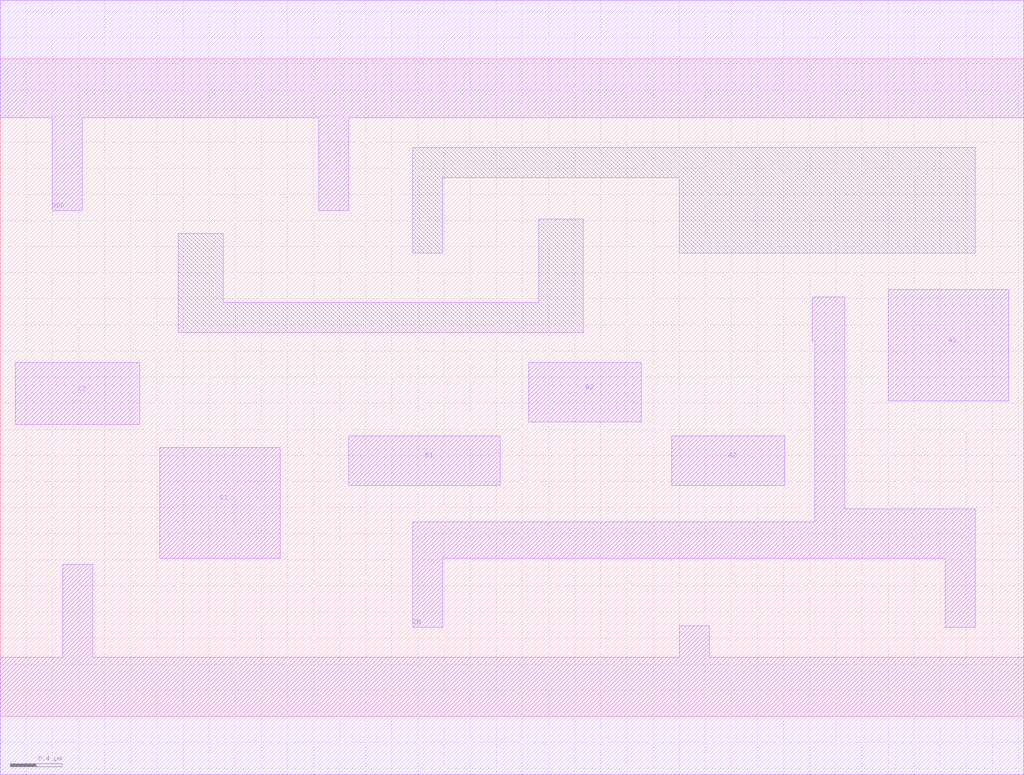
<source format=lef>
# Copyright 2022 GlobalFoundries PDK Authors
#
# Licensed under the Apache License, Version 2.0 (the "License");
# you may not use this file except in compliance with the License.
# You may obtain a copy of the License at
#
#      http://www.apache.org/licenses/LICENSE-2.0
#
# Unless required by applicable law or agreed to in writing, software
# distributed under the License is distributed on an "AS IS" BASIS,
# WITHOUT WARRANTIES OR CONDITIONS OF ANY KIND, either express or implied.
# See the License for the specific language governing permissions and
# limitations under the License.

MACRO gf180mcu_fd_sc_mcu9t5v0__aoi222_1
  CLASS core ;
  FOREIGN gf180mcu_fd_sc_mcu9t5v0__aoi222_1 0.0 0.0 ;
  ORIGIN 0 0 ;
  SYMMETRY X Y ;
  SITE GF018hv5v_green_sc9 ;
  SIZE 7.84 BY 5.04 ;
  PIN A1
    DIRECTION INPUT ;
    ANTENNAGATEAREA 1.707 ;
    PORT
      LAYER Metal1 ;
        POLYGON 6.8 2.415 7.725 2.415 7.725 3.27 6.8 3.27  ;
    END
  END A1
  PIN A2
    DIRECTION INPUT ;
    ANTENNAGATEAREA 1.707 ;
    PORT
      LAYER Metal1 ;
        POLYGON 5.145 1.77 6.01 1.77 6.01 2.15 5.145 2.15  ;
    END
  END A2
  PIN B1
    DIRECTION INPUT ;
    ANTENNAGATEAREA 1.707 ;
    PORT
      LAYER Metal1 ;
        POLYGON 2.67 1.77 3.83 1.77 3.83 2.15 2.67 2.15  ;
    END
  END B1
  PIN B2
    DIRECTION INPUT ;
    ANTENNAGATEAREA 1.707 ;
    PORT
      LAYER Metal1 ;
        POLYGON 4.05 2.255 4.91 2.255 4.91 2.71 4.05 2.71  ;
    END
  END B2
  PIN C1
    DIRECTION INPUT ;
    ANTENNAGATEAREA 1.707 ;
    PORT
      LAYER Metal1 ;
        POLYGON 1.22 1.21 2.145 1.21 2.145 2.06 1.22 2.06  ;
    END
  END C1
  PIN C2
    DIRECTION INPUT ;
    ANTENNAGATEAREA 1.707 ;
    PORT
      LAYER Metal1 ;
        POLYGON 0.115 2.235 1.07 2.235 1.07 2.71 0.115 2.71  ;
    END
  END C2
  PIN ZN
    DIRECTION OUTPUT ;
    ANTENNADIFFAREA 3.1692 ;
    PORT
      LAYER Metal1 ;
        POLYGON 6.22 2.875 6.24 2.875 6.24 1.49 3.16 1.49 3.16 0.68 3.39 0.68 3.39 1.21 7.24 1.21 7.24 0.68 7.47 0.68 7.47 1.59 6.47 1.59 6.47 3.215 6.22 3.215  ;
    END
  END ZN
  PIN VDD
    DIRECTION INOUT ;
    USE power ;
    SHAPE ABUTMENT ;
    PORT
      LAYER Metal1 ;
        POLYGON 0 4.59 0.4 4.59 0.4 3.875 0.63 3.875 0.63 4.59 2.44 4.59 2.44 3.875 2.67 3.875 2.67 4.59 7.47 4.59 7.84 4.59 7.84 5.49 7.47 5.49 0 5.49  ;
    END
  END VDD
  PIN VSS
    DIRECTION INOUT ;
    USE ground ;
    SHAPE ABUTMENT ;
    PORT
      LAYER Metal1 ;
        POLYGON 0 -0.45 7.84 -0.45 7.84 0.45 5.43 0.45 5.43 0.695 5.2 0.695 5.2 0.45 0.71 0.45 0.71 1.165 0.48 1.165 0.48 0.45 0 0.45  ;
    END
  END VSS
  OBS
      LAYER Metal1 ;
        POLYGON 1.365 2.94 4.465 2.94 4.465 3.81 4.125 3.81 4.125 3.17 1.71 3.17 1.71 3.7 1.365 3.7  ;
        POLYGON 3.16 3.55 3.39 3.55 3.39 4.13 5.2 4.13 5.2 3.55 7.47 3.55 7.47 4.36 3.16 4.36  ;
  END
END gf180mcu_fd_sc_mcu9t5v0__aoi222_1

</source>
